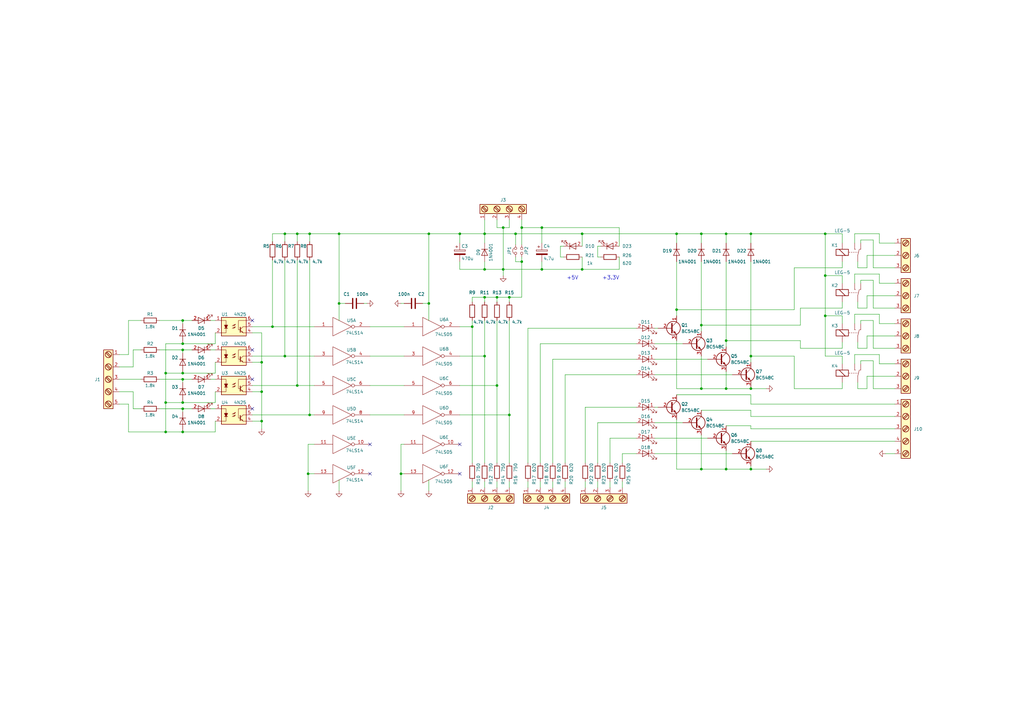
<source format=kicad_sch>
(kicad_sch (version 20211123) (generator eeschema)
  (paper "A3")
  (title_block (title "PIOI I/O interface module") (date "2025-05-16") (rev "250516") (company "Pozsár Zsolt") (comment 1 "Zacchaeus Microcomputer"))
  (junction (at 338.455 113.03))
  (junction (at 67.945 177.165))
  (junction (at 74.93 153.035))
  (junction (at 277.495 127))
  (junction (at 307.975 192.405))
  (junction (at 307.975 146.05))
  (junction (at 67.945 165.1))
  (junction (at 67.945 153.035))
  (junction (at 121.92 95.885))
  (junction (at 222.25 110.49))
  (junction (at 208.915 170.18))
  (junction (at 213.995 93.345))
  (junction (at 175.895 124.46))
  (junction (at 198.755 110.49))
  (junction (at 213.995 107.315))
  (junction (at 74.93 177.165))
  (junction (at 107.315 172.72))
  (junction (at 193.675 133.985))
  (junction (at 164.465 194.31))
  (junction (at 208.915 121.92))
  (junction (at 127 170.18))
  (junction (at 127 95.885))
  (junction (at 206.375 110.49))
  (junction (at 139.065 95.885))
  (junction (at 287.655 133.35))
  (junction (at 287.655 95.885))
  (junction (at 307.975 159.385))
  (junction (at 107.315 148.59))
  (junction (at 297.815 95.885))
  (junction (at 74.93 131.445))
  (junction (at 111.76 133.985))
  (junction (at 222.25 93.345))
  (junction (at 206.375 93.345))
  (junction (at 307.975 95.885))
  (junction (at 297.815 159.385))
  (junction (at 74.93 143.51))
  (junction (at 238.76 95.885))
  (junction (at 74.93 167.64))
  (junction (at 287.655 192.405))
  (junction (at 277.495 95.885))
  (junction (at 116.84 146.05))
  (junction (at 74.93 155.575))
  (junction (at 338.455 129.54))
  (junction (at 238.76 110.49))
  (junction (at 297.815 192.405))
  (junction (at 198.755 121.92))
  (junction (at 211.455 95.885))
  (junction (at 338.455 95.885))
  (junction (at 74.93 165.1))
  (junction (at 121.92 158.115))
  (junction (at 116.84 95.885))
  (junction (at 74.93 140.97))
  (junction (at 107.315 160.655))
  (junction (at 297.815 139.7))
  (junction (at 287.655 159.385))
  (junction (at 175.895 95.885))
  (junction (at 198.755 146.05))
  (junction (at 188.595 95.885))
  (junction (at 203.835 158.115))
  (junction (at 198.755 95.885))
  (junction (at 203.835 121.92))
  (junction (at 139.065 124.46))
  (junction (at 126.365 194.31))
  (no_connect (at 103.505 143.51))
  (no_connect (at 103.505 167.64))
  (no_connect (at 103.505 131.445))
  (no_connect (at 151.765 182.245))
  (no_connect (at 103.505 155.575))
  (no_connect (at 188.595 194.31))
  (no_connect (at 151.765 194.31))
  (no_connect (at 188.595 182.245))
  (wire (pts (xy 358.14 159.385) (xy 367.03 159.385)))
  (wire (pts (xy 139.065 95.885) (xy 175.895 95.885)))
  (wire (pts (xy 74.93 152.4) (xy 74.93 153.035)))
  (wire (pts (xy 328.295 142.875) (xy 328.295 139.7)))
  (wire (pts (xy 48.895 165.735) (xy 52.705 165.735)))
  (wire (pts (xy 48.895 150.495) (xy 54.61 150.495)))
  (wire (pts (xy 86.36 167.64) (xy 88.265 167.64)))
  (wire (pts (xy 255.27 186.055) (xy 260.985 186.055)))
  (wire (pts (xy 250.19 189.865) (xy 250.19 179.705)))
  (wire (pts (xy 208.915 93.345) (xy 208.915 90.17)))
  (wire (pts (xy 222.25 99.695) (xy 222.25 93.345)))
  (wire (pts (xy 268.605 147.32) (xy 290.195 147.32)))
  (wire (pts (xy 363.22 186.055) (xy 367.03 186.055)))
  (wire (pts (xy 358.14 126.365) (xy 367.03 126.365)))
  (wire (pts (xy 355.6 137.795) (xy 367.03 137.795)))
  (wire (pts (xy 211.455 105.41) (xy 211.455 107.315)))
  (wire (pts (xy 74.93 153.035) (xy 88.265 153.035)))
  (wire (pts (xy 277.495 159.385) (xy 287.655 159.385)))
  (wire (pts (xy 360.68 132.715) (xy 360.68 128.905)))
  (wire (pts (xy 345.44 126.365) (xy 345.44 123.825)))
  (wire (pts (xy 116.84 99.06) (xy 116.84 95.885)))
  (wire (pts (xy 287.655 146.05) (xy 287.655 159.385)))
  (wire (pts (xy 203.835 121.92) (xy 203.835 123.825)))
  (wire (pts (xy 139.065 124.46) (xy 139.065 131.445)))
  (wire (pts (xy 193.675 121.92) (xy 193.675 123.825)))
  (wire (pts (xy 307.975 95.885) (xy 338.455 95.885)))
  (wire (pts (xy 358.14 142.875) (xy 367.03 142.875)))
  (wire (pts (xy 353.06 131.445) (xy 358.14 131.445)))
  (wire (pts (xy 353.06 98.425) (xy 358.14 98.425)))
  (wire (pts (xy 198.755 95.885) (xy 211.455 95.885)))
  (wire (pts (xy 250.19 200.025) (xy 250.19 197.485)))
  (wire (pts (xy 358.14 131.445) (xy 358.14 142.875)))
  (wire (pts (xy 198.755 146.05) (xy 198.755 189.865)))
  (wire (pts (xy 103.505 170.18) (xy 127 170.18)))
  (wire (pts (xy 107.315 172.72) (xy 107.315 175.895)))
  (wire (pts (xy 231.775 153.67) (xy 260.985 153.67)))
  (wire (pts (xy 231.775 197.485) (xy 231.775 200.025)))
  (wire (pts (xy 353.06 132.715) (xy 353.06 131.445)))
  (wire (pts (xy 277.495 127) (xy 325.755 127)))
  (wire (pts (xy 229.87 105.41) (xy 231.14 105.41)))
  (wire (pts (xy 360.68 99.695) (xy 360.68 95.885)))
  (wire (pts (xy 65.405 131.445) (xy 74.93 131.445)))
  (wire (pts (xy 254 110.49) (xy 254 105.41)))
  (wire (pts (xy 367.03 116.205) (xy 360.68 116.205)))
  (wire (pts (xy 238.76 100.965) (xy 238.76 95.885)))
  (wire (pts (xy 206.375 110.49) (xy 206.375 113.03)))
  (wire (pts (xy 277.495 95.885) (xy 287.655 95.885)))
  (wire (pts (xy 277.495 127) (xy 277.495 129.54)))
  (wire (pts (xy 67.945 177.165) (xy 74.93 177.165)))
  (wire (pts (xy 65.405 143.51) (xy 74.93 143.51)))
  (wire (pts (xy 198.755 90.17) (xy 198.755 95.885)))
  (wire (pts (xy 360.68 149.225) (xy 360.68 145.415)))
  (wire (pts (xy 246.38 100.965) (xy 245.11 100.965)))
  (wire (pts (xy 277.495 192.405) (xy 287.655 192.405)))
  (wire (pts (xy 164.465 182.245) (xy 164.465 194.31)))
  (wire (pts (xy 345.44 142.875) (xy 328.295 142.875)))
  (wire (pts (xy 240.03 189.865) (xy 240.03 167.005)))
  (wire (pts (xy 328.295 139.7) (xy 297.815 139.7)))
  (wire (pts (xy 345.44 129.54) (xy 338.455 129.54)))
  (wire (pts (xy 150.495 124.46) (xy 149.225 124.46)))
  (wire (pts (xy 297.815 95.885) (xy 297.815 99.695)))
  (wire (pts (xy 345.44 146.05) (xy 345.44 149.225)))
  (wire (pts (xy 213.995 93.345) (xy 222.25 93.345)))
  (wire (pts (xy 216.535 134.62) (xy 260.985 134.62)))
  (wire (pts (xy 74.93 177.165) (xy 74.93 176.53)))
  (wire (pts (xy 245.11 197.485) (xy 245.11 200.025)))
  (wire (pts (xy 203.835 90.17) (xy 203.835 93.345)))
  (wire (pts (xy 353.06 116.205) (xy 353.06 114.935)))
  (wire (pts (xy 345.44 132.715) (xy 345.44 129.54)))
  (wire (pts (xy 74.93 132.715) (xy 74.93 131.445)))
  (wire (pts (xy 297.815 95.885) (xy 307.975 95.885)))
  (wire (pts (xy 307.975 165.735) (xy 367.03 165.735)))
  (wire (pts (xy 107.315 136.525) (xy 107.315 148.59)))
  (wire (pts (xy 277.495 159.385) (xy 277.495 139.7)))
  (wire (pts (xy 255.27 197.485) (xy 255.27 200.025)))
  (wire (pts (xy 268.605 153.67) (xy 300.355 153.67)))
  (wire (pts (xy 188.595 99.695) (xy 188.595 95.885)))
  (wire (pts (xy 74.93 140.335) (xy 74.93 140.97)))
  (wire (pts (xy 198.755 121.92) (xy 193.675 121.92)))
  (wire (pts (xy 297.815 192.405) (xy 297.815 184.785)))
  (wire (pts (xy 345.44 140.335) (xy 345.44 142.875)))
  (wire (pts (xy 127 170.18) (xy 128.905 170.18)))
  (wire (pts (xy 208.915 170.18) (xy 188.595 170.18)))
  (wire (pts (xy 213.995 121.92) (xy 208.915 121.92)))
  (wire (pts (xy 351.79 107.315) (xy 351.79 109.855)))
  (wire (pts (xy 351.79 142.875) (xy 355.6 142.875)))
  (wire (pts (xy 358.14 114.935) (xy 358.14 126.365)))
  (wire (pts (xy 107.315 148.59) (xy 107.315 160.655)))
  (wire (pts (xy 86.36 155.575) (xy 88.265 155.575)))
  (wire (pts (xy 226.695 147.32) (xy 260.985 147.32)))
  (wire (pts (xy 360.68 112.395) (xy 350.52 112.395)))
  (wire (pts (xy 128.905 194.31) (xy 126.365 194.31)))
  (wire (pts (xy 358.14 109.855) (xy 367.03 109.855)))
  (wire (pts (xy 65.405 167.64) (xy 74.93 167.64)))
  (wire (pts (xy 353.06 147.955) (xy 358.14 147.955)))
  (wire (pts (xy 206.375 93.345) (xy 206.375 110.49)))
  (wire (pts (xy 353.06 114.935) (xy 358.14 114.935)))
  (wire (pts (xy 307.975 174.625) (xy 307.975 175.895)))
  (wire (pts (xy 297.815 107.315) (xy 297.815 139.7)))
  (wire (pts (xy 358.14 98.425) (xy 358.14 109.855)))
  (wire (pts (xy 74.93 156.845) (xy 74.93 155.575)))
  (wire (pts (xy 213.995 107.315) (xy 213.995 121.92)))
  (wire (pts (xy 88.265 165.1) (xy 88.265 160.655)))
  (wire (pts (xy 206.375 93.345) (xy 208.915 93.345)))
  (wire (pts (xy 127 106.68) (xy 127 170.18)))
  (wire (pts (xy 188.595 107.315) (xy 188.595 110.49)))
  (wire (pts (xy 325.755 109.855) (xy 345.44 109.855)))
  (wire (pts (xy 355.6 159.385) (xy 351.79 159.385)))
  (wire (pts (xy 287.655 99.695) (xy 287.655 95.885)))
  (wire (pts (xy 287.655 168.275) (xy 307.975 168.275)))
  (wire (pts (xy 287.655 159.385) (xy 297.815 159.385)))
  (wire (pts (xy 307.975 161.925) (xy 307.975 165.735)))
  (wire (pts (xy 193.675 133.985) (xy 188.595 133.985)))
  (wire (pts (xy 338.455 95.885) (xy 345.44 95.885)))
  (wire (pts (xy 193.675 197.485) (xy 193.675 200.025)))
  (wire (pts (xy 111.76 106.68) (xy 111.76 133.985)))
  (wire (pts (xy 111.76 99.06) (xy 111.76 95.885)))
  (wire (pts (xy 52.705 165.735) (xy 52.705 177.165)))
  (wire (pts (xy 307.975 192.405) (xy 314.325 192.405)))
  (wire (pts (xy 254 93.345) (xy 254 100.965)))
  (wire (pts (xy 74.93 168.91) (xy 74.93 167.64)))
  (wire (pts (xy 360.68 128.905) (xy 350.52 128.905)))
  (wire (pts (xy 74.93 167.64) (xy 78.74 167.64)))
  (wire (pts (xy 268.605 173.355) (xy 280.035 173.355)))
  (wire (pts (xy 268.605 179.705) (xy 290.195 179.705)))
  (wire (pts (xy 231.775 189.865) (xy 231.775 153.67)))
  (wire (pts (xy 86.36 143.51) (xy 88.265 143.51)))
  (wire (pts (xy 307.975 159.385) (xy 314.325 159.385)))
  (wire (pts (xy 198.755 110.49) (xy 198.755 107.315)))
  (wire (pts (xy 367.03 99.695) (xy 360.68 99.695)))
  (wire (pts (xy 151.765 170.18) (xy 165.735 170.18)))
  (wire (pts (xy 164.465 182.245) (xy 165.735 182.245)))
  (wire (pts (xy 211.455 107.315) (xy 213.995 107.315)))
  (wire (pts (xy 74.93 143.51) (xy 78.74 143.51)))
  (wire (pts (xy 351.79 140.335) (xy 351.79 142.875)))
  (wire (pts (xy 74.93 140.97) (xy 88.265 140.97)))
  (wire (pts (xy 277.495 161.925) (xy 307.975 161.925)))
  (wire (pts (xy 277.495 95.885) (xy 277.495 99.695)))
  (wire (pts (xy 307.975 146.05) (xy 307.975 148.59)))
  (wire (pts (xy 111.76 95.885) (xy 116.84 95.885)))
  (wire (pts (xy 74.93 131.445) (xy 78.74 131.445)))
  (wire (pts (xy 287.655 133.35) (xy 287.655 135.89)))
  (wire (pts (xy 245.11 105.41) (xy 246.38 105.41)))
  (wire (pts (xy 151.765 133.985) (xy 165.735 133.985)))
  (wire (pts (xy 126.365 182.245) (xy 126.365 194.31)))
  (wire (pts (xy 345.44 109.855) (xy 345.44 107.315)))
  (wire (pts (xy 164.465 124.46) (xy 165.735 124.46)))
  (wire (pts (xy 127 95.885) (xy 127 99.06)))
  (wire (pts (xy 88.265 140.97) (xy 88.265 136.525)))
  (wire (pts (xy 355.6 154.305) (xy 355.6 159.385)))
  (wire (pts (xy 255.27 189.865) (xy 255.27 186.055)))
  (wire (pts (xy 74.93 143.51) (xy 74.93 144.78)))
  (wire (pts (xy 325.755 127) (xy 325.755 109.855)))
  (wire (pts (xy 164.465 194.31) (xy 164.465 201.295)))
  (wire (pts (xy 52.705 145.415) (xy 52.705 131.445)))
  (wire (pts (xy 52.705 177.165) (xy 67.945 177.165)))
  (wire (pts (xy 198.755 131.445) (xy 198.755 146.05)))
  (wire (pts (xy 297.815 192.405) (xy 307.975 192.405)))
  (wire (pts (xy 213.995 93.345) (xy 213.995 100.33)))
  (wire (pts (xy 307.975 159.385) (xy 307.975 158.75)))
  (wire (pts (xy 367.03 154.305) (xy 355.6 154.305)))
  (wire (pts (xy 107.315 172.72) (xy 103.505 172.72)))
  (wire (pts (xy 297.815 139.7) (xy 297.815 142.24)))
  (wire (pts (xy 127 95.885) (xy 139.065 95.885)))
  (wire (pts (xy 245.11 173.355) (xy 260.985 173.355)))
  (wire (pts (xy 193.675 131.445) (xy 193.675 133.985)))
  (wire (pts (xy 325.755 159.385) (xy 325.755 146.05)))
  (wire (pts (xy 103.505 136.525) (xy 107.315 136.525)))
  (wire (pts (xy 328.295 126.365) (xy 345.44 126.365)))
  (wire (pts (xy 268.605 134.62) (xy 269.875 134.62)))
  (wire (pts (xy 277.495 107.315) (xy 277.495 127)))
  (wire (pts (xy 351.79 109.855) (xy 355.6 109.855)))
  (wire (pts (xy 203.835 93.345) (xy 206.375 93.345)))
  (wire (pts (xy 238.76 110.49) (xy 238.76 105.41)))
  (wire (pts (xy 88.265 153.035) (xy 88.265 148.59)))
  (wire (pts (xy 307.975 192.405) (xy 307.975 191.135)))
  (wire (pts (xy 198.755 197.485) (xy 198.755 200.025)))
  (wire (pts (xy 221.615 197.485) (xy 221.615 200.025)))
  (wire (pts (xy 287.655 178.435) (xy 287.655 192.405)))
  (wire (pts (xy 277.495 192.405) (xy 277.495 172.085)))
  (wire (pts (xy 345.44 113.03) (xy 338.455 113.03)))
  (wire (pts (xy 211.455 100.33) (xy 211.455 95.885)))
  (wire (pts (xy 121.92 95.885) (xy 121.92 99.06)))
  (wire (pts (xy 203.835 121.92) (xy 198.755 121.92)))
  (wire (pts (xy 287.655 133.35) (xy 328.295 133.35)))
  (wire (pts (xy 221.615 140.97) (xy 260.985 140.97)))
  (wire (pts (xy 245.11 100.965) (xy 245.11 105.41)))
  (wire (pts (xy 67.945 140.97) (xy 67.945 153.035)))
  (wire (pts (xy 208.915 197.485) (xy 208.915 200.025)))
  (wire (pts (xy 74.93 155.575) (xy 78.74 155.575)))
  (wire (pts (xy 355.6 121.285) (xy 367.03 121.285)))
  (wire (pts (xy 203.835 158.115) (xy 188.595 158.115)))
  (wire (pts (xy 328.295 133.35) (xy 328.295 126.365)))
  (wire (pts (xy 268.605 140.97) (xy 280.035 140.97)))
  (wire (pts (xy 222.25 110.49) (xy 238.76 110.49)))
  (wire (pts (xy 48.895 145.415) (xy 52.705 145.415)))
  (wire (pts (xy 107.315 160.655) (xy 107.315 172.72)))
  (wire (pts (xy 111.76 133.985) (xy 128.905 133.985)))
  (wire (pts (xy 307.975 168.275) (xy 307.975 170.815)))
  (wire (pts (xy 338.455 95.885) (xy 338.455 113.03)))
  (wire (pts (xy 229.87 100.965) (xy 229.87 105.41)))
  (wire (pts (xy 103.505 148.59) (xy 107.315 148.59)))
  (wire (pts (xy 141.605 124.46) (xy 139.065 124.46)))
  (wire (pts (xy 350.52 112.395) (xy 350.52 116.205)))
  (wire (pts (xy 213.995 105.41) (xy 213.995 107.315)))
  (wire (pts (xy 360.68 145.415) (xy 350.52 145.415)))
  (wire (pts (xy 175.895 124.46) (xy 175.895 131.445)))
  (wire (pts (xy 203.835 131.445) (xy 203.835 158.115)))
  (wire (pts (xy 338.455 129.54) (xy 338.455 146.05)))
  (wire (pts (xy 240.03 167.005) (xy 260.985 167.005)))
  (wire (pts (xy 307.975 95.885) (xy 307.975 99.695)))
  (wire (pts (xy 175.895 95.885) (xy 175.895 124.46)))
  (wire (pts (xy 211.455 95.885) (xy 238.76 95.885)))
  (wire (pts (xy 216.535 189.865) (xy 216.535 134.62)))
  (wire (pts (xy 208.915 170.18) (xy 208.915 189.865)))
  (wire (pts (xy 203.835 158.115) (xy 203.835 189.865)))
  (wire (pts (xy 216.535 200.025) (xy 216.535 197.485)))
  (wire (pts (xy 208.915 121.92) (xy 208.915 123.825)))
  (wire (pts (xy 268.605 167.005) (xy 269.875 167.005)))
  (wire (pts (xy 222.25 107.315) (xy 222.25 110.49)))
  (wire (pts (xy 128.905 182.245) (xy 126.365 182.245)))
  (wire (pts (xy 345.44 156.845) (xy 345.44 159.385)))
  (wire (pts (xy 213.995 90.17) (xy 213.995 93.345)))
  (wire (pts (xy 338.455 146.05) (xy 345.44 146.05)))
  (wire (pts (xy 268.605 186.055) (xy 300.355 186.055)))
  (wire (pts (xy 65.405 155.575) (xy 74.93 155.575)))
  (wire (pts (xy 221.615 189.865) (xy 221.615 140.97)))
  (wire (pts (xy 358.14 147.955) (xy 358.14 159.385)))
  (wire (pts (xy 121.92 158.115) (xy 128.905 158.115)))
  (wire (pts (xy 48.895 160.655) (xy 54.61 160.655)))
  (wire (pts (xy 360.68 116.205) (xy 360.68 112.395)))
  (wire (pts (xy 121.92 95.885) (xy 127 95.885)))
  (wire (pts (xy 297.815 159.385) (xy 307.975 159.385)))
  (wire (pts (xy 139.065 95.885) (xy 139.065 124.46)))
  (wire (pts (xy 250.19 179.705) (xy 260.985 179.705)))
  (wire (pts (xy 307.975 180.975) (xy 367.03 180.975)))
  (wire (pts (xy 240.03 200.025) (xy 240.03 197.485)))
  (wire (pts (xy 245.11 189.865) (xy 245.11 173.355)))
  (wire (pts (xy 198.755 123.825) (xy 198.755 121.92)))
  (wire (pts (xy 367.03 149.225) (xy 360.68 149.225)))
  (wire (pts (xy 198.755 146.05) (xy 188.595 146.05)))
  (wire (pts (xy 103.505 133.985) (xy 111.76 133.985)))
  (wire (pts (xy 198.755 95.885) (xy 198.755 99.695)))
  (wire (pts (xy 175.895 95.885) (xy 188.595 95.885)))
  (wire (pts (xy 86.36 131.445) (xy 88.265 131.445)))
  (wire (pts (xy 351.79 126.365) (xy 355.6 126.365)))
  (wire (pts (xy 52.705 131.445) (xy 57.785 131.445)))
  (wire (pts (xy 193.675 133.985) (xy 193.675 189.865)))
  (wire (pts (xy 287.655 95.885) (xy 297.815 95.885)))
  (wire (pts (xy 226.695 200.025) (xy 226.695 197.485)))
  (wire (pts (xy 287.655 107.315) (xy 287.655 133.35)))
  (wire (pts (xy 48.895 155.575) (xy 57.785 155.575)))
  (wire (pts (xy 103.505 158.115) (xy 121.92 158.115)))
  (wire (pts (xy 151.765 146.05) (xy 165.735 146.05)))
  (wire (pts (xy 307.975 107.315) (xy 307.975 146.05)))
  (wire (pts (xy 208.915 121.92) (xy 203.835 121.92)))
  (wire (pts (xy 67.945 153.035) (xy 74.93 153.035)))
  (wire (pts (xy 355.6 142.875) (xy 355.6 137.795)))
  (wire (pts (xy 238.76 110.49) (xy 254 110.49)))
  (wire (pts (xy 67.945 153.035) (xy 67.945 165.1)))
  (wire (pts (xy 345.44 95.885) (xy 345.44 99.695)))
  (wire (pts (xy 54.61 143.51) (xy 57.785 143.51)))
  (wire (pts (xy 208.915 131.445) (xy 208.915 170.18)))
  (wire (pts (xy 355.6 104.775) (xy 367.03 104.775)))
  (wire (pts (xy 103.505 146.05) (xy 116.84 146.05)))
  (wire (pts (xy 139.065 196.85) (xy 139.065 201.295)))
  (wire (pts (xy 175.895 196.85) (xy 175.895 201.295)))
  (wire (pts (xy 307.975 175.895) (xy 367.03 175.895)))
  (wire (pts (xy 203.835 197.485) (xy 203.835 200.025)))
  (wire (pts (xy 350.52 145.415) (xy 350.52 149.225)))
  (wire (pts (xy 226.695 189.865) (xy 226.695 147.32)))
  (wire (pts (xy 126.365 194.31) (xy 126.365 201.295)))
  (wire (pts (xy 67.945 140.97) (xy 74.93 140.97)))
  (wire (pts (xy 165.735 194.31) (xy 164.465 194.31)))
  (wire (pts (xy 355.6 109.855) (xy 355.6 104.775)))
  (wire (pts (xy 121.92 106.68) (xy 121.92 158.115)))
  (wire (pts (xy 350.52 128.905) (xy 350.52 132.715)))
  (wire (pts (xy 367.03 132.715) (xy 360.68 132.715)))
  (wire (pts (xy 351.79 159.385) (xy 351.79 156.845)))
  (wire (pts (xy 151.765 158.115) (xy 165.735 158.115)))
  (wire (pts (xy 116.84 146.05) (xy 128.905 146.05)))
  (wire (pts (xy 206.375 110.49) (xy 222.25 110.49)))
  (wire (pts (xy 351.79 123.825) (xy 351.79 126.365)))
  (wire (pts (xy 74.93 177.165) (xy 88.265 177.165)))
  (wire (pts (xy 297.815 159.385) (xy 297.815 152.4)))
  (wire (pts (xy 116.84 95.885) (xy 121.92 95.885)))
  (wire (pts (xy 355.6 126.365) (xy 355.6 121.285)))
  (wire (pts (xy 116.84 106.68) (xy 116.84 146.05)))
  (wire (pts (xy 198.755 110.49) (xy 206.375 110.49)))
  (wire (pts (xy 338.455 113.03) (xy 338.455 129.54)))
  (wire (pts (xy 74.93 165.1) (xy 74.93 164.465)))
  (wire (pts (xy 103.505 160.655) (xy 107.315 160.655)))
  (wire (pts (xy 173.355 124.46) (xy 175.895 124.46)))
  (wire (pts (xy 238.76 95.885) (xy 277.495 95.885)))
  (wire (pts (xy 345.44 159.385) (xy 325.755 159.385)))
  (wire (pts (xy 222.25 93.345) (xy 254 93.345)))
  (wire (pts (xy 188.595 110.49) (xy 198.755 110.49)))
  (wire (pts (xy 360.68 95.885) (xy 350.52 95.885)))
  (wire (pts (xy 345.44 116.205) (xy 345.44 113.03)))
  (wire (pts (xy 353.06 149.225) (xy 353.06 147.955)))
  (wire (pts (xy 54.61 150.495) (xy 54.61 143.51)))
  (wire (pts (xy 188.595 95.885) (xy 198.755 95.885)))
  (wire (pts (xy 54.61 160.655) (xy 54.61 167.64)))
  (wire (pts (xy 353.06 99.695) (xy 353.06 98.425)))
  (wire (pts (xy 350.52 95.885) (xy 350.52 99.695)))
  (wire (pts (xy 307.975 170.815) (xy 367.03 170.815)))
  (wire (pts (xy 297.815 174.625) (xy 307.975 174.625)))
  (wire (pts (xy 88.265 177.165) (xy 88.265 172.72)))
  (wire (pts (xy 325.755 146.05) (xy 307.975 146.05)))
  (wire (pts (xy 67.945 165.1) (xy 74.93 165.1)))
  (wire (pts (xy 287.655 192.405) (xy 297.815 192.405)))
  (wire (pts (xy 74.93 165.1) (xy 88.265 165.1)))
  (wire (pts (xy 231.14 100.965) (xy 229.87 100.965)))
  (wire (pts (xy 67.945 165.1) (xy 67.945 177.165)))
  (wire (pts (xy 54.61 167.64) (xy 57.785 167.64)))
  (text "+3.3V" (at 247.015 114.935 0) (effects (font (size 1.524 1.524)) (justify left bottom)))
  (text "+5V" (at 232.41 114.935 0) (effects (font (size 1.524 1.524)) (justify left bottom)))
  (symbol (lib_id "mm8d-rescue:Screw_Terminal_1x05") (at 43.815 155.575 0) (unit 1)
    (property "Reference" "J1" (at 40.005 154.94 0) (effects (justify top)))
    (property "Value" "Screw_Terminal_1x05" (effects hide))
    (property "Footprint" "Connectors:bornier5" (effects hide))
  )
  (symbol (lib_id "mm8d-rescue:R") (at 61.595 131.445 270) (mirror x) (unit 1)
    (property "Reference" "R1" (at 61.595 128.905 90))
    (property "Value" "1.8k" (at 61.595 133.985 90))
    (property "Footprint" "Resistors_THT:R_Axial_DIN0411_L9.9mm_D3.6mm_P12.70mm_Horizontal" (effects hide))
  )
  (symbol (lib_id "mm8d-rescue:D") (at 74.93 136.525 90) (mirror x) (unit 1)
    (property "Reference" "D1" (at 71.755 134.62 90))
    (property "Value" "1N4001" (at 80.645 137.16 90))
    (property "Footprint" "Diodes_THT:D_DO-41_SOD81_P10.16mm_Horizontal" (effects hide))
  )
  (symbol (lib_id "mm8d-rescue:4N25") (at 95.885 133.985 0) (unit 1)
    (property "Reference" "U1" (at 90.805 128.905 0) (effects (justify left)))
    (property "Value" "4N25" (at 95.885 128.905 0) (effects (justify left)))
    (property "Footprint" "Housings_DIP:DIP-6_W7.62mm_LongPads" (effects hide))
  )
  (symbol (lib_id "mm8d-rescue:4N25") (at 95.885 146.05 0) (unit 1)
    (property "Reference" "U2" (at 90.805 140.97 0) (effects (justify left)))
    (property "Value" "4N25" (at 95.885 140.97 0) (effects (justify left)))
    (property "Footprint" "Housings_DIP:DIP-6_W7.62mm_LongPads" (effects hide))
  )
  (symbol (lib_id "mm8d-rescue:4N25") (at 95.885 158.115 0) (unit 1)
    (property "Reference" "U3" (at 90.805 153.035 0) (effects (justify left)))
    (property "Value" "4N25" (at 95.885 153.035 0) (effects (justify left)))
    (property "Footprint" "Housings_DIP:DIP-6_W7.62mm_LongPads" (effects hide))
  )
  (symbol (lib_id "mm8d-rescue:4N25") (at 95.885 170.18 0) (unit 1)
    (property "Reference" "U4" (at 90.805 165.1 0) (effects (justify left)))
    (property "Value" "4N25" (at 95.885 165.1 0) (effects (justify left)))
    (property "Footprint" "Housings_DIP:DIP-6_W7.62mm_LongPads" (effects hide))
  )
  (symbol (lib_id "mm8d-rescue:R") (at 111.76 102.87 0) (mirror y) (unit 1)
    (property "Reference" "R5" (at 109.22 100.965 0))
    (property "Value" "4.7k" (at 114.3 107.315 0))
    (property "Footprint" "Resistors_THT:R_Axial_DIN0411_L9.9mm_D3.6mm_P12.70mm_Horizontal" (effects hide))
  )
  (symbol (lib_id "mm8d-rescue:R") (at 116.84 102.87 0) (mirror y) (unit 1)
    (property "Reference" "R6" (at 114.3 100.965 0))
    (property "Value" "4.7k" (at 119.38 107.315 0))
    (property "Footprint" "Resistors_THT:R_Axial_DIN0411_L9.9mm_D3.6mm_P12.70mm_Horizontal" (effects hide))
  )
  (symbol (lib_id "mm8d-rescue:R") (at 121.92 102.87 0) (mirror y) (unit 1)
    (property "Reference" "R7" (at 119.38 100.965 0))
    (property "Value" "4.7k" (at 124.46 107.315 0))
    (property "Footprint" "Resistors_THT:R_Axial_DIN0411_L9.9mm_D3.6mm_P12.70mm_Horizontal" (effects hide))
  )
  (symbol (lib_id "mm8d-rescue:R") (at 127 102.87 0) (mirror y) (unit 1)
    (property "Reference" "R8" (at 124.46 100.965 0))
    (property "Value" "4.7k" (at 130.175 107.315 0))
    (property "Footprint" "Resistors_THT:R_Axial_DIN0411_L9.9mm_D3.6mm_P12.70mm_Horizontal" (effects hide))
  )
  (symbol (lib_id "mm8d-rescue:Screw_Terminal_1x04") (at 206.375 85.09 90) (mirror x) (unit 1)
    (property "Reference" "J3" (at 206.375 81.28 90) (effects (justify top)))
    (property "Value" "Screw_Terminal_1x04" (effects hide))
    (property "Footprint" "Connectors:bornier4" (effects hide))
  )
  (symbol (lib_id "mm8d-rescue:Screw_Terminal_1x04") (at 201.295 205.105 90) (unit 1)
    (property "Reference" "J2" (at 201.295 208.915 90) (effects (justify top)))
    (property "Value" "Screw_Terminal_1x04" (effects hide))
    (property "Footprint" "Connectors:bornier4" (effects hide))
  )
  (symbol (lib_id "mm8d-rescue:Screw_Terminal_1x05") (at 372.11 175.895 0) (mirror y) (unit 1)
    (property "Reference" "J10" (at 376.555 175.26 0) (effects (justify top)))
    (property "Value" "Screw_Terminal_1x05" (effects hide))
    (property "Footprint" "Connectors:bornier5" (effects hide))
  )
  (symbol (lib_id "mm8d-rescue:Screw_Terminal_1x03") (at 372.11 121.285 0) (mirror y) (unit 1)
    (property "Reference" "J7" (at 375.92 120.65 0) (effects (justify top)))
    (property "Value" "Screw_Terminal_1x03" (effects hide))
    (property "Footprint" "Connectors:bornier3" (effects hide))
  )
  (symbol (lib_id "mm8d-rescue:Screw_Terminal_1x03") (at 372.11 154.305 0) (mirror y) (unit 1)
    (property "Reference" "J9" (at 375.92 154.305 0) (effects (justify top)))
    (property "Value" "Screw_Terminal_1x03" (effects hide))
    (property "Footprint" "Connectors:bornier3" (effects hide))
  )
  (symbol (lib_id "mm8d-rescue:Screw_Terminal_1x03") (at 372.11 137.795 0) (mirror y) (unit 1)
    (property "Reference" "J8" (at 375.92 137.16 0) (effects (justify top)))
    (property "Value" "Screw_Terminal_1x03" (effects hide))
    (property "Footprint" "Connectors:bornier3" (effects hide))
  )
  (symbol (lib_id "mm8d-rescue:Screw_Terminal_1x04") (at 224.155 205.105 90) (unit 1)
    (property "Reference" "J4" (at 224.155 208.915 90) (effects (justify top)))
    (property "Value" "Screw_Terminal_1x04" (effects hide))
    (property "Footprint" "Connectors:bornier4" (effects hide))
  )
  (symbol (lib_id "mm8d-rescue:Screw_Terminal_1x04") (at 247.65 205.105 90) (unit 1)
    (property "Reference" "J5" (at 247.65 208.915 90) (effects (justify top)))
    (property "Value" "Screw_Terminal_1x04" (effects hide))
    (property "Footprint" "Connectors:bornier4" (effects hide))
  )
  (symbol (lib_id "mm8d-rescue:R") (at 216.535 193.675 0) (mirror x) (unit 1)
    (property "Reference" "R17" (at 219.075 196.85 90))
    (property "Value" "620" (at 219.075 191.77 90))
    (property "Footprint" "Resistors_THT:R_Axial_DIN0411_L9.9mm_D3.6mm_P12.70mm_Horizontal" (effects hide))
  )
  (symbol (lib_id "mm8d-rescue:Q_NPN_CBE") (at 305.435 153.67 0) (unit 1)
    (property "Reference" "Q7" (at 309.88 152.4 0) (effects (justify left)))
    (property "Value" "BC548C" (at 309.88 154.94 0) (effects (justify left)))
    (property "Footprint" "TO_SOT_Packages_THT:TO-92_Rugged" (effects hide))
  )
  (symbol (lib_id "mm8d-rescue:Q_NPN_CBE") (at 295.275 147.32 0) (unit 1)
    (property "Reference" "Q5" (at 299.72 146.05 0) (effects (justify left)))
    (property "Value" "BC548C" (at 299.72 148.59 0) (effects (justify left)))
    (property "Footprint" "TO_SOT_Packages_THT:TO-92_Rugged" (effects hide))
  )
  (symbol (lib_id "mm8d-rescue:Q_NPN_CBE") (at 285.115 140.97 0) (unit 1)
    (property "Reference" "Q3" (at 289.56 139.7 0) (effects (justify left)))
    (property "Value" "BC548C" (at 289.56 142.24 0) (effects (justify left)))
    (property "Footprint" "TO_SOT_Packages_THT:TO-92_Rugged" (effects hide))
  )
  (symbol (lib_id "mm8d-rescue:Q_NPN_CBE") (at 274.955 134.62 0) (unit 1)
    (property "Reference" "Q1" (at 279.4 133.35 0) (effects (justify left)))
    (property "Value" "BC548C" (at 279.4 135.89 0) (effects (justify left)))
    (property "Footprint" "TO_SOT_Packages_THT:TO-92_Rugged" (effects hide))
  )
  (symbol (lib_id "mm8d-rescue:D") (at 277.495 103.505 90) (mirror x) (unit 1)
    (property "Reference" "D19" (at 273.685 102.87 90))
    (property "Value" "1N4001" (at 281.94 107.315 90))
    (property "Footprint" "Diodes_THT:D_DO-41_SOD81_P10.16mm_Horizontal" (effects hide))
  )
  (symbol (lib_id "mm8d-rescue:Screw_Terminal_1x03") (at 372.11 104.775 0) (mirror y) (unit 1)
    (property "Reference" "J6" (at 375.92 104.14 0) (effects (justify top)))
    (property "Value" "Screw_Terminal_1x03" (effects hide))
    (property "Footprint" "Connectors:bornier3" (effects hide))
  )
  (symbol (lib_id "mm8d-rescue:Relay_LEG-5") (at 347.98 103.505 0) (unit 1)
    (property "Reference" "K1" (at 340.995 100.584 0) (effects (justify left)))
    (property "Value" "LEG-5" (at 342.265 94.615 0) (effects (justify left)))
    (property "Footprint" "relay_lg:relay_leg" (effects hide))
  )
  (symbol (lib_id "mm8d-rescue:Relay_LEG-5") (at 347.98 120.015 0) (unit 1)
    (property "Reference" "K2" (at 340.995 117.094 0) (effects (justify left)))
    (property "Value" "LEG-5" (at 342.265 111.76 0) (effects (justify left)))
    (property "Footprint" "relay_lg:relay_leg" (effects hide))
  )
  (symbol (lib_id "mm8d-rescue:Relay_LEG-5") (at 347.98 136.525 0) (unit 1)
    (property "Reference" "K3" (at 340.995 133.604 0) (effects (justify left)))
    (property "Value" "LEG-5" (at 342.265 128.27 0) (effects (justify left)))
    (property "Footprint" "relay_lg:relay_leg" (effects hide))
  )
  (symbol (lib_id "mm8d-rescue:Relay_LEG-5") (at 347.98 153.035 0) (unit 1)
    (property "Reference" "K4" (at 340.995 150.114 0) (effects (justify left)))
    (property "Value" "LEG-5" (at 342.265 144.78 0) (effects (justify left)))
    (property "Footprint" "relay_lg:relay_leg" (effects hide))
  )
  (symbol (lib_id "mm8d-rescue:LED") (at 82.55 131.445 180) (unit 1)
    (property "Reference" "D5" (at 82.55 134.62 0))
    (property "Value" "LED" (effects hide))
    (property "Footprint" "LEDs:LED_D3.0mm" (effects hide))
  )
  (symbol (lib_id "mm8d-rescue:LED") (at 82.55 143.51 180) (unit 1)
    (property "Reference" "D6" (at 82.55 146.685 0))
    (property "Value" "LED" (effects hide))
    (property "Footprint" "LEDs:LED_D3.0mm" (effects hide))
  )
  (symbol (lib_id "mm8d-rescue:LED") (at 82.55 155.575 180) (unit 1)
    (property "Reference" "D7" (at 82.55 158.75 0))
    (property "Value" "LED" (effects hide))
    (property "Footprint" "LEDs:LED_D3.0mm" (effects hide))
  )
  (symbol (lib_id "mm8d-rescue:LED") (at 82.55 167.64 180) (unit 1)
    (property "Reference" "D8" (at 82.55 170.815 0))
    (property "Value" "LED" (effects hide))
    (property "Footprint" "LEDs:LED_D3.0mm" (effects hide))
  )
  (symbol (lib_id "mm8d-rescue:74LS14") (at 140.335 133.985 0) (unit 1)
    (property "Reference" "U5" (at 144.145 131.445 0))
    (property "Value" "74LS14" (at 145.415 136.525 0))
    (property "Footprint" "Housings_DIP:DIP-14_W7.62mm_LongPads" (effects hide))
  )
  (symbol (lib_id "mm8d-rescue:74LS14") (at 140.335 146.05 0) (unit 2)
    (property "Reference" "U5" (at 144.145 143.51 0))
    (property "Value" "74LS14" (at 145.415 148.59 0))
    (property "Footprint" "Housings_DIP:DIP-14_W7.62mm_LongPads" (effects hide))
  )
  (symbol (lib_id "mm8d-rescue:74LS14") (at 140.335 158.115 0) (unit 3)
    (property "Reference" "U5" (at 144.145 155.575 0))
    (property "Value" "74LS14" (at 145.415 160.655 0))
    (property "Footprint" "Housings_DIP:DIP-14_W7.62mm_LongPads" (effects hide))
  )
  (symbol (lib_id "mm8d-rescue:74LS14") (at 140.335 170.18 0) (unit 4)
    (property "Reference" "U5" (at 144.145 167.64 0))
    (property "Value" "74LS14" (at 145.415 172.72 0))
    (property "Footprint" "Housings_DIP:DIP-14_W7.62mm_LongPads" (effects hide))
  )
  (symbol (lib_id "mm8d-rescue:R") (at 221.615 193.675 0) (mirror x) (unit 1)
    (property "Reference" "R18" (at 224.155 196.85 90))
    (property "Value" "620" (at 224.155 191.77 90))
    (property "Footprint" "Resistors_THT:R_Axial_DIN0411_L9.9mm_D3.6mm_P12.70mm_Horizontal" (effects hide))
  )
  (symbol (lib_id "mm8d-rescue:R") (at 226.695 193.675 0) (mirror x) (unit 1)
    (property "Reference" "R19" (at 229.235 196.85 90))
    (property "Value" "620" (at 229.235 191.77 90))
    (property "Footprint" "Resistors_THT:R_Axial_DIN0411_L9.9mm_D3.6mm_P12.70mm_Horizontal" (effects hide))
  )
  (symbol (lib_id "mm8d-rescue:R") (at 231.775 193.675 0) (mirror x) (unit 1)
    (property "Reference" "R20" (at 234.315 196.85 90))
    (property "Value" "620" (at 234.315 191.77 90))
    (property "Footprint" "Resistors_THT:R_Axial_DIN0411_L9.9mm_D3.6mm_P12.70mm_Horizontal" (effects hide))
  )
  (symbol (lib_id "mm8d-rescue:R") (at 240.03 193.675 0) (mirror x) (unit 1)
    (property "Reference" "R22" (at 242.57 196.85 90))
    (property "Value" "620" (at 242.57 191.77 90))
    (property "Footprint" "Resistors_THT:R_Axial_DIN0411_L9.9mm_D3.6mm_P12.70mm_Horizontal" (effects hide))
  )
  (symbol (lib_id "mm8d-rescue:R") (at 245.11 193.675 0) (mirror x) (unit 1)
    (property "Reference" "R23" (at 247.65 196.85 90))
    (property "Value" "620" (at 247.65 191.77 90))
    (property "Footprint" "Resistors_THT:R_Axial_DIN0411_L9.9mm_D3.6mm_P12.70mm_Horizontal" (effects hide))
  )
  (symbol (lib_id "mm8d-rescue:R") (at 250.19 193.675 0) (mirror x) (unit 1)
    (property "Reference" "R24" (at 252.73 196.85 90))
    (property "Value" "620" (at 252.73 191.77 90))
    (property "Footprint" "Resistors_THT:R_Axial_DIN0411_L9.9mm_D3.6mm_P12.70mm_Horizontal" (effects hide))
  )
  (symbol (lib_id "mm8d-rescue:R") (at 255.27 193.675 0) (mirror x) (unit 1)
    (property "Reference" "R25" (at 257.81 196.85 90))
    (property "Value" "620" (at 257.81 191.77 90))
    (property "Footprint" "Resistors_THT:R_Axial_DIN0411_L9.9mm_D3.6mm_P12.70mm_Horizontal" (effects hide))
  )
  (symbol (lib_id "mm8d-rescue:74LS05") (at 177.165 133.985 0) (unit 1)
    (property "Reference" "U6" (at 182.118 131.064 0))
    (property "Value" "74LS05" (at 181.991 137.16 0))
    (property "Footprint" "Housings_DIP:DIP-14_W7.62mm_LongPads" (effects hide))
  )
  (symbol (lib_id "mm8d-rescue:74LS05") (at 177.165 146.05 0) (unit 2)
    (property "Reference" "U6" (at 182.118 143.129 0))
    (property "Value" "74LS05" (at 181.991 149.225 0))
    (property "Footprint" "Housings_DIP:DIP-14_W7.62mm_LongPads" (effects hide))
  )
  (symbol (lib_id "mm8d-rescue:74LS05") (at 177.165 158.115 0) (unit 3)
    (property "Reference" "U6" (at 182.118 155.194 0))
    (property "Value" "74LS05" (at 181.991 161.29 0))
    (property "Footprint" "Housings_DIP:DIP-14_W7.62mm_LongPads" (effects hide))
  )
  (symbol (lib_id "mm8d-rescue:74LS05") (at 177.165 170.18 0) (unit 4)
    (property "Reference" "U6" (at 182.118 167.259 0))
    (property "Value" "74LS05" (at 181.991 173.355 0))
    (property "Footprint" "Housings_DIP:DIP-14_W7.62mm_LongPads" (effects hide))
  )
  (symbol (lib_id "mm8d-rescue:74LS14") (at 140.335 182.245 0) (unit 5)
    (property "Reference" "U5" (at 144.145 179.705 0))
    (property "Value" "74LS14" (at 145.415 184.785 0))
    (property "Footprint" "Housings_DIP:DIP-14_W7.62mm_LongPads" (effects hide))
  )
  (symbol (lib_id "mm8d-rescue:74LS14") (at 140.335 194.31 0) (unit 6)
    (property "Reference" "U5" (at 144.145 191.77 0))
    (property "Value" "74LS14" (at 145.415 196.85 0))
    (property "Footprint" "Housings_DIP:DIP-14_W7.62mm_LongPads" (effects hide))
  )
  (symbol (lib_id "mm8d-rescue:74LS05") (at 177.165 182.245 0) (unit 5)
    (property "Reference" "U6" (at 182.118 179.324 0))
    (property "Value" "74LS05" (at 181.991 185.42 0))
    (property "Footprint" "Housings_DIP:DIP-14_W7.62mm_LongPads" (effects hide))
  )
  (symbol (lib_id "mm8d-rescue:74LS05") (at 177.165 194.31 0) (unit 6)
    (property "Reference" "U6" (at 182.118 191.389 0))
    (property "Value" "74LS05" (at 181.991 197.485 0))
    (property "Footprint" "Housings_DIP:DIP-14_W7.62mm_LongPads" (effects hide))
  )
  (symbol (lib_id "mm8d-rescue:GNDD") (at 107.315 175.895 0) (unit 1)
    (property "Reference" "#PWR01" (effects hide))
    (property "Value" "GNDD" (effects hide))
  )
  (symbol (lib_id "mm8d-rescue:GNDD") (at 126.365 201.295 0) (unit 1)
    (property "Reference" "#PWR02" (effects hide))
    (property "Value" "GNDD" (effects hide))
  )
  (symbol (lib_id "mm8d-rescue:GNDD") (at 164.465 201.295 0) (unit 1)
    (property "Reference" "#PWR03" (effects hide))
    (property "Value" "GNDD" (effects hide))
  )
  (symbol (lib_id "mm8d-rescue:LED") (at 264.795 134.62 0) (mirror y) (unit 1)
    (property "Reference" "D11" (at 264.795 132.08 0))
    (property "Value" "LED" (effects hide))
    (property "Footprint" "LEDs:LED_D3.0mm" (effects hide))
  )
  (symbol (lib_id "mm8d-rescue:LED") (at 264.795 140.97 0) (mirror y) (unit 1)
    (property "Reference" "D12" (at 264.795 138.43 0))
    (property "Value" "LED" (effects hide))
    (property "Footprint" "LEDs:LED_D3.0mm" (effects hide))
  )
  (symbol (lib_id "mm8d-rescue:LED") (at 264.795 147.32 0) (mirror y) (unit 1)
    (property "Reference" "D13" (at 264.795 144.78 0))
    (property "Value" "LED" (effects hide))
    (property "Footprint" "LEDs:LED_D3.0mm" (effects hide))
  )
  (symbol (lib_id "mm8d-rescue:LED") (at 264.795 153.67 0) (mirror y) (unit 1)
    (property "Reference" "D14" (at 264.795 151.13 0))
    (property "Value" "LED" (effects hide))
    (property "Footprint" "LEDs:LED_D3.0mm" (effects hide))
  )
  (symbol (lib_id "mm8d-rescue:GNDD") (at 314.325 159.385 90) (unit 1)
    (property "Reference" "#PWR04" (effects hide))
    (property "Value" "GNDD" (effects hide))
  )
  (symbol (lib_id "mm8d-rescue:GNDD") (at 206.375 113.03 0) (unit 1)
    (property "Reference" "#PWR05" (effects hide))
    (property "Value" "GNDD" (effects hide))
  )
  (symbol (lib_id "mm8d-rescue:Jumper_NC_Small") (at 211.455 102.87 90) (unit 1)
    (property "Reference" "JP1" (at 208.915 102.87 0))
    (property "Value" "Jumper_NC_Small" (effects hide))
    (property "Footprint" "Socket_Strips:Socket_Strip_Straight_1x02_Pitch2.54mm" (effects hide))
  )
  (symbol (lib_id "mm8d-rescue:Jumper_NO_Small") (at 213.995 102.87 90) (unit 1)
    (property "Reference" "JP2" (at 215.9 102.87 0))
    (property "Value" "Jumper_NO_Small" (effects hide))
    (property "Footprint" "Socket_Strips:Socket_Strip_Straight_1x02_Pitch2.54mm" (effects hide))
  )
  (symbol (lib_id "mm8d-rescue:C") (at 169.545 124.46 270) (unit 1)
    (property "Reference" "C2" (at 171.45 120.65 90) (effects (justify left)))
    (property "Value" "100n" (at 163.195 120.65 90) (effects (justify left)))
    (property "Footprint" "Capacitors_THT:C_Rect_L7.0mm_W2.5mm_P5.00mm" (effects hide))
  )
  (symbol (lib_id "mm8d-rescue:C") (at 145.415 124.46 90) (unit 1)
    (property "Reference" "C1" (at 143.51 120.65 90) (effects (justify left)))
    (property "Value" "100n" (at 151.13 120.65 90) (effects (justify left)))
    (property "Footprint" "Capacitors_THT:C_Rect_L7.0mm_W2.5mm_P5.00mm" (effects hide))
  )
  (symbol (lib_id "mm8d-rescue:CP") (at 188.595 103.505 0) (unit 1)
    (property "Reference" "C3" (at 189.23 100.965 0) (effects (justify left)))
    (property "Value" "470u" (at 189.23 106.045 0) (effects (justify left)))
    (property "Footprint" "Capacitors_THT:CP_Radial_D8.0mm_P3.50mm" (effects hide))
  )
  (symbol (lib_id "mm8d-rescue:LED") (at 234.95 100.965 0) (mirror x) (unit 1)
    (property "Reference" "D10" (at 241.935 100.965 0))
    (property "Value" "LED" (effects hide))
    (property "Footprint" "LEDs:LED_D3.0mm" (effects hide))
  )
  (symbol (lib_id "mm8d-rescue:R") (at 234.95 105.41 90) (mirror x) (unit 1)
    (property "Reference" "R21" (at 241.935 104.775 90))
    (property "Value" "1k" (at 241.935 107.95 90))
    (property "Footprint" "Resistors_THT:R_Axial_DIN0411_L9.9mm_D3.6mm_P12.70mm_Horizontal" (effects hide))
  )
  (symbol (lib_id "mm8d-rescue:CP") (at 222.25 103.505 0) (unit 1)
    (property "Reference" "C4" (at 222.885 100.965 0) (effects (justify left)))
    (property "Value" "4.7u" (at 222.885 106.045 0) (effects (justify left)))
    (property "Footprint" "Capacitors_THT:CP_Radial_D5.0mm_P2.50mm" (effects hide))
  )
  (symbol (lib_id "mm8d-rescue:D") (at 198.755 103.505 90) (mirror x) (unit 1)
    (property "Reference" "D9" (at 196.215 103.505 0))
    (property "Value" "1N4001" (at 201.295 103.505 0))
    (property "Footprint" "Diodes_THT:D_DO-41_SOD81_P10.16mm_Horizontal" (effects hide))
  )
  (symbol (lib_id "mm8d-rescue:R") (at 61.595 143.51 270) (mirror x) (unit 1)
    (property "Reference" "R2" (at 61.595 140.97 90))
    (property "Value" "1.8k" (at 61.595 146.05 90))
    (property "Footprint" "Resistors_THT:R_Axial_DIN0411_L9.9mm_D3.6mm_P12.70mm_Horizontal" (effects hide))
  )
  (symbol (lib_id "mm8d-rescue:R") (at 61.595 155.575 270) (mirror x) (unit 1)
    (property "Reference" "R3" (at 61.595 153.035 90))
    (property "Value" "1.8k" (at 61.595 158.115 90))
    (property "Footprint" "Resistors_THT:R_Axial_DIN0411_L9.9mm_D3.6mm_P12.70mm_Horizontal" (effects hide))
  )
  (symbol (lib_id "mm8d-rescue:R") (at 61.595 167.64 270) (mirror x) (unit 1)
    (property "Reference" "R4" (at 61.595 165.1 90))
    (property "Value" "1.8k" (at 61.595 170.18 90))
    (property "Footprint" "Resistors_THT:R_Axial_DIN0411_L9.9mm_D3.6mm_P12.70mm_Horizontal" (effects hide))
  )
  (symbol (lib_id "mm8d-rescue:D") (at 74.93 148.59 90) (mirror x) (unit 1)
    (property "Reference" "D2" (at 71.755 146.685 90))
    (property "Value" "1N4001" (at 80.645 149.225 90))
    (property "Footprint" "Diodes_THT:D_DO-41_SOD81_P10.16mm_Horizontal" (effects hide))
  )
  (symbol (lib_id "mm8d-rescue:D") (at 74.93 172.72 90) (mirror x) (unit 1)
    (property "Reference" "D4" (at 71.755 170.815 90))
    (property "Value" "1N4001" (at 80.645 173.355 90))
    (property "Footprint" "Diodes_THT:D_DO-41_SOD81_P10.16mm_Horizontal" (effects hide))
  )
  (symbol (lib_id "mm8d-rescue:D") (at 74.93 160.655 90) (mirror x) (unit 1)
    (property "Reference" "D3" (at 71.755 158.75 90))
    (property "Value" "1N4001" (at 80.645 161.29 90))
    (property "Footprint" "Diodes_THT:D_DO-41_SOD81_P10.16mm_Horizontal" (effects hide))
  )
  (symbol (lib_id "mm8d-rescue:D") (at 287.655 103.505 90) (mirror x) (unit 1)
    (property "Reference" "D20" (at 283.845 102.87 90))
    (property "Value" "1N4001" (at 292.1 107.315 90))
    (property "Footprint" "Diodes_THT:D_DO-41_SOD81_P10.16mm_Horizontal" (effects hide))
  )
  (symbol (lib_id "mm8d-rescue:D") (at 297.815 103.505 90) (mirror x) (unit 1)
    (property "Reference" "D21" (at 294.005 102.87 90))
    (property "Value" "1N4001" (at 302.26 107.315 90))
    (property "Footprint" "Diodes_THT:D_DO-41_SOD81_P10.16mm_Horizontal" (effects hide))
  )
  (symbol (lib_id "mm8d-rescue:D") (at 307.975 103.505 90) (mirror x) (unit 1)
    (property "Reference" "D22" (at 304.165 102.87 90))
    (property "Value" "1N4001" (at 312.42 107.315 90))
    (property "Footprint" "Diodes_THT:D_DO-41_SOD81_P10.16mm_Horizontal" (effects hide))
  )
  (symbol (lib_id "mm8d-rescue:Q_NPN_CBE") (at 274.955 167.005 0) (unit 1)
    (property "Reference" "Q2" (at 279.4 165.735 0) (effects (justify left)))
    (property "Value" "BC548C" (at 279.4 168.275 0) (effects (justify left)))
    (property "Footprint" "TO_SOT_Packages_THT:TO-92_Rugged" (effects hide))
  )
  (symbol (lib_id "mm8d-rescue:Q_NPN_CBE") (at 285.115 173.355 0) (unit 1)
    (property "Reference" "Q4" (at 289.56 172.085 0) (effects (justify left)))
    (property "Value" "BC548C" (at 289.56 174.625 0) (effects (justify left)))
    (property "Footprint" "TO_SOT_Packages_THT:TO-92_Rugged" (effects hide))
  )
  (symbol (lib_id "mm8d-rescue:Q_NPN_CBE") (at 295.275 179.705 0) (unit 1)
    (property "Reference" "Q6" (at 299.72 178.435 0) (effects (justify left)))
    (property "Value" "BC548C" (at 299.72 180.975 0) (effects (justify left)))
    (property "Footprint" "TO_SOT_Packages_THT:TO-92_Rugged" (effects hide))
  )
  (symbol (lib_id "mm8d-rescue:Q_NPN_CBE") (at 305.435 186.055 0) (unit 1)
    (property "Reference" "Q8" (at 309.88 184.785 0) (effects (justify left)))
    (property "Value" "BC548C" (at 309.88 187.325 0) (effects (justify left)))
    (property "Footprint" "TO_SOT_Packages_THT:TO-92_Rugged" (effects hide))
  )
  (symbol (lib_id "mm8d-rescue:LED") (at 264.795 167.005 0) (mirror y) (unit 1)
    (property "Reference" "D15" (at 264.795 164.465 0))
    (property "Value" "LED" (effects hide))
    (property "Footprint" "LEDs:LED_D3.0mm" (effects hide))
  )
  (symbol (lib_id "mm8d-rescue:LED") (at 264.795 173.355 0) (mirror y) (unit 1)
    (property "Reference" "D16" (at 264.795 170.815 0))
    (property "Value" "LED" (effects hide))
    (property "Footprint" "LEDs:LED_D3.0mm" (effects hide))
  )
  (symbol (lib_id "mm8d-rescue:LED") (at 264.795 179.705 0) (mirror y) (unit 1)
    (property "Reference" "D17" (at 264.795 177.165 0))
    (property "Value" "LED" (effects hide))
    (property "Footprint" "LEDs:LED_D3.0mm" (effects hide))
  )
  (symbol (lib_id "mm8d-rescue:LED") (at 264.795 186.055 0) (mirror y) (unit 1)
    (property "Reference" "D18" (at 264.795 183.515 0))
    (property "Value" "LED" (effects hide))
    (property "Footprint" "LEDs:LED_D3.0mm" (effects hide))
  )
  (symbol (lib_id "mm8d-rescue:R") (at 193.675 127.635 0) (mirror y) (unit 1)
    (property "Reference" "R9" (at 193.675 120.015 0))
    (property "Value" "4.7k" (at 196.215 132.08 0))
    (property "Footprint" "Resistors_THT:R_Axial_DIN0411_L9.9mm_D3.6mm_P12.70mm_Horizontal" (effects hide))
  )
  (symbol (lib_id "mm8d-rescue:R") (at 198.755 127.635 0) (mirror y) (unit 1)
    (property "Reference" "R11" (at 198.755 120.015 0))
    (property "Value" "4.7k" (at 201.295 132.08 0))
    (property "Footprint" "Resistors_THT:R_Axial_DIN0411_L9.9mm_D3.6mm_P12.70mm_Horizontal" (effects hide))
  )
  (symbol (lib_id "mm8d-rescue:R") (at 203.835 127.635 0) (mirror y) (unit 1)
    (property "Reference" "R13" (at 203.835 120.015 0))
    (property "Value" "4.7k" (at 206.375 132.08 0))
    (property "Footprint" "Resistors_THT:R_Axial_DIN0411_L9.9mm_D3.6mm_P12.70mm_Horizontal" (effects hide))
  )
  (symbol (lib_id "mm8d-rescue:R") (at 208.915 127.635 0) (mirror y) (unit 1)
    (property "Reference" "R15" (at 208.915 120.015 0))
    (property "Value" "4.7k" (at 212.09 132.08 0))
    (property "Footprint" "Resistors_THT:R_Axial_DIN0411_L9.9mm_D3.6mm_P12.70mm_Horizontal" (effects hide))
  )
  (symbol (lib_id "mm8d-rescue:GNDD") (at 314.325 192.405 90) (unit 1)
    (property "Reference" "#PWR06" (effects hide))
    (property "Value" "GNDD" (effects hide))
  )
  (symbol (lib_id "mm8d-rescue:GNDD") (at 363.22 186.055 270) (unit 1)
    (property "Reference" "#PWR07" (effects hide))
    (property "Value" "GNDD" (effects hide))
  )
  (symbol (lib_id "mm8d-rescue:R") (at 193.675 193.675 0) (mirror x) (unit 1)
    (property "Reference" "R10" (at 196.215 196.85 90))
    (property "Value" "750" (at 196.215 191.77 90))
    (property "Footprint" "Resistors_THT:R_Axial_DIN0411_L9.9mm_D3.6mm_P12.70mm_Horizontal" (effects hide))
  )
  (symbol (lib_id "mm8d-rescue:R") (at 198.755 193.675 0) (mirror x) (unit 1)
    (property "Reference" "R12" (at 201.295 196.85 90))
    (property "Value" "750" (at 201.295 191.77 90))
    (property "Footprint" "Resistors_THT:R_Axial_DIN0411_L9.9mm_D3.6mm_P12.70mm_Horizontal" (effects hide))
  )
  (symbol (lib_id "mm8d-rescue:R") (at 203.835 193.675 0) (mirror x) (unit 1)
    (property "Reference" "R14" (at 206.375 196.85 90))
    (property "Value" "750" (at 206.375 191.77 90))
    (property "Footprint" "Resistors_THT:R_Axial_DIN0411_L9.9mm_D3.6mm_P12.70mm_Horizontal" (effects hide))
  )
  (symbol (lib_id "mm8d-rescue:R") (at 208.915 193.675 0) (mirror x) (unit 1)
    (property "Reference" "R16" (at 211.455 196.85 90))
    (property "Value" "750" (at 211.455 191.77 90))
    (property "Footprint" "Resistors_THT:R_Axial_DIN0411_L9.9mm_D3.6mm_P12.70mm_Horizontal" (effects hide))
  )
  (symbol (lib_id "mm8d-rescue:GNDD") (at 139.065 201.295 0) (unit 1)
    (property "Reference" "#PWR08" (effects hide))
    (property "Value" "GNDD" (effects hide))
  )
  (symbol (lib_id "mm8d-rescue:GNDD") (at 175.895 201.295 0) (unit 1)
    (property "Reference" "#PWR09" (effects hide))
    (property "Value" "GNDD" (effects hide))
  )
  (symbol (lib_id "mm8d-rescue:GNDD") (at 150.495 124.46 90) (unit 1)
    (property "Reference" "#PWR010" (effects hide))
    (property "Value" "GNDD" (effects hide))
  )
  (symbol (lib_id "mm8d-rescue:GNDD") (at 164.465 124.46 270) (unit 1)
    (property "Reference" "#PWR011" (effects hide))
    (property "Value" "GNDD" (effects hide))
  )
  (symbol (lib_id "mm8d-rescue:LED") (at 250.19 100.965 0) (mirror x) (unit 1)
    (property "Reference" "D23" (at 257.175 100.965 0))
    (property "Value" "LED" (effects hide))
    (property "Footprint" "LEDs:LED_D3.0mm" (effects hide))
  )
  (symbol (lib_id "mm8d-rescue:R") (at 250.19 105.41 90) (mirror x) (unit 1)
    (property "Reference" "R26" (at 257.175 104.775 90))
    (property "Value" "620" (at 257.175 107.95 90))
    (property "Footprint" "Resistors_THT:R_Axial_DIN0411_L9.9mm_D3.6mm_P12.70mm_Horizontal" (effects hide))
  )
)
</source>
